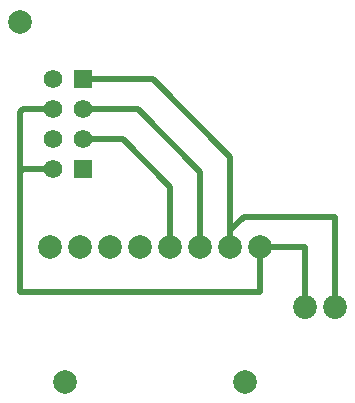
<source format=gbr>
%TF.GenerationSoftware,KiCad,Pcbnew,5.1.7+dfsg1-1~bpo10+1*%
%TF.CreationDate,2020-11-10T14:05:56+09:00*%
%TF.ProjectId,MPU6050+ESP01_1,4d505536-3035-4302-9b45-535030315f31,rev?*%
%TF.SameCoordinates,Original*%
%TF.FileFunction,Copper,L1,Top*%
%TF.FilePolarity,Positive*%
%FSLAX46Y46*%
G04 Gerber Fmt 4.6, Leading zero omitted, Abs format (unit mm)*
G04 Created by KiCad (PCBNEW 5.1.7+dfsg1-1~bpo10+1) date 2020-11-10 14:05:56*
%MOMM*%
%LPD*%
G01*
G04 APERTURE LIST*
%TA.AperFunction,ComponentPad*%
%ADD10C,2.000000*%
%TD*%
%TA.AperFunction,ComponentPad*%
%ADD11C,2.020000*%
%TD*%
%TA.AperFunction,ComponentPad*%
%ADD12C,1.575000*%
%TD*%
%TA.AperFunction,ComponentPad*%
%ADD13R,1.575000X1.575000*%
%TD*%
%TA.AperFunction,ViaPad*%
%ADD14C,2.000000*%
%TD*%
%TA.AperFunction,Conductor*%
%ADD15C,0.500000*%
%TD*%
G04 APERTURE END LIST*
D10*
%TO.P,U2,8*%
%TO.N,Net-(U2-Pad8)*%
X104140000Y-119380000D03*
%TO.P,U2,7*%
%TO.N,Net-(U2-Pad7)*%
X106680000Y-119380000D03*
%TO.P,U2,6*%
%TO.N,Net-(U2-Pad6)*%
X109220000Y-119380000D03*
%TO.P,U2,5*%
%TO.N,Net-(U2-Pad5)*%
X111760000Y-119380000D03*
%TO.P,U2,4*%
%TO.N,Net-(U1-Pad2)*%
X114300000Y-119380000D03*
%TO.P,U2,3*%
%TO.N,Net-(U1-Pad3)*%
X116840000Y-119380000D03*
%TO.P,U2,2*%
%TO.N,GND*%
X119380000Y-119380000D03*
%TO.P,U2,1*%
%TO.N,+3V3*%
X121920000Y-119380000D03*
%TD*%
D11*
%TO.P,J1,2*%
%TO.N,+3V3*%
X125730000Y-124460000D03*
%TO.P,J1,1*%
%TO.N,GND*%
X128270000Y-124460000D03*
%TD*%
D12*
%TO.P,U1,8*%
%TO.N,+3V3*%
X104405001Y-112835001D03*
%TO.P,U1,7*%
%TO.N,Net-(U1-Pad7)*%
X104405001Y-110295001D03*
%TO.P,U1,6*%
%TO.N,+3V3*%
X104405001Y-107755001D03*
%TO.P,U1,5*%
%TO.N,Net-(U1-Pad5)*%
X104405001Y-105215001D03*
D13*
%TO.P,U1,4*%
%TO.N,GND*%
X106945001Y-105215001D03*
D12*
%TO.P,U1,3*%
%TO.N,Net-(U1-Pad3)*%
X106945001Y-107755001D03*
%TO.P,U1,2*%
%TO.N,Net-(U1-Pad2)*%
X106945001Y-110295001D03*
D13*
%TO.P,U1,1*%
%TO.N,Net-(U1-Pad1)*%
X106945001Y-112835001D03*
%TD*%
D14*
%TO.N,*%
X120650000Y-130810000D03*
X101600000Y-100330000D03*
X105410000Y-130810000D03*
%TD*%
D15*
%TO.N,+3V3*%
X121920000Y-123190000D02*
X121920000Y-119380000D01*
X101600000Y-123190000D02*
X121920000Y-123190000D01*
X104405001Y-107755001D02*
X101794999Y-107755001D01*
X101794999Y-107755001D02*
X101600000Y-107950000D01*
X101794999Y-112835001D02*
X101600000Y-113030000D01*
X104405001Y-112835001D02*
X101794999Y-112835001D01*
X101600000Y-107950000D02*
X101600000Y-113030000D01*
X101600000Y-113030000D02*
X101600000Y-123190000D01*
X125730000Y-119380000D02*
X121920000Y-119380000D01*
X125730000Y-124460000D02*
X125730000Y-119380000D01*
%TO.N,GND*%
X106945001Y-105215001D02*
X112835001Y-105215001D01*
X119380000Y-111760000D02*
X119380000Y-119380000D01*
X112835001Y-105215001D02*
X119380000Y-111760000D01*
X119380000Y-117965787D02*
X119380000Y-119380000D01*
X120505787Y-116840000D02*
X119380000Y-117965787D01*
X128270000Y-124460000D02*
X128270000Y-116840000D01*
X128270000Y-116840000D02*
X120505787Y-116840000D01*
%TO.N,Net-(U1-Pad3)*%
X106945001Y-107755001D02*
X111565001Y-107755001D01*
X116840000Y-113030000D02*
X116840000Y-119380000D01*
X111565001Y-107755001D02*
X116840000Y-113030000D01*
%TO.N,Net-(U1-Pad2)*%
X106945001Y-110295001D02*
X110295001Y-110295001D01*
X114300000Y-114300000D02*
X114300000Y-119380000D01*
X110295001Y-110295001D02*
X114300000Y-114300000D01*
%TD*%
M02*

</source>
